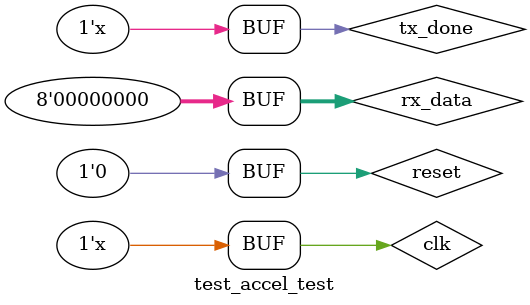
<source format=v>
`timescale 1ns / 1ps


module test_accel_test;

	// Inputs
	reg clk;
	reg reset;
	reg [7:0] rx_data;
	reg tx_done;

	// Outputs
	wire [17:0] tx_data;
	wire transmit;

	// Instantiate the Unit Under Test (UUT)
	state_controller uut (
		.clk(clk), 
		.reset(reset), 
		.rx_data(rx_data), 
		.tx_done(tx_done), 
		.tx_data(tx_data), 
		.transmit(transmit)
	);

	always #5 clk = ~clk;
	
	always #5000 tx_done = ~tx_done;

	initial begin
		// Initialize Inputs
		clk = 0;
		reset = 1;
		rx_data = 0;
		tx_done = 0;

		// Wait 100 ns for global reset to finish
		#1000;
		
		reset = 0;
		
		#1000;
        
		// Add stimulus here

	end
      
endmodule


</source>
